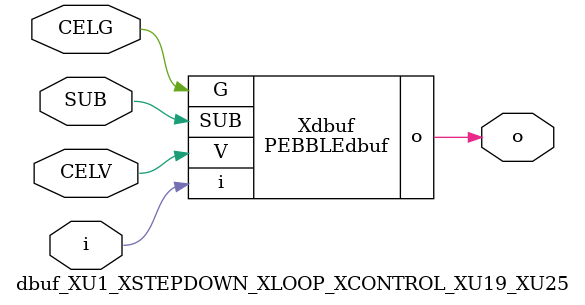
<source format=v>



module PEBBLEdbuf ( o, G, SUB, V, i );

  input V;
  input i;
  input G;
  output o;
  input SUB;
endmodule

//Celera Confidential Do Not Copy dbuf_XU1_XSTEPDOWN_XLOOP_XCONTROL_XU19_XU25
//Celera Confidential Symbol Generator
//Digital Buffer
module dbuf_XU1_XSTEPDOWN_XLOOP_XCONTROL_XU19_XU25 (CELV,CELG,i,o,SUB);
input CELV;
input CELG;
input i;
input SUB;
output o;

//Celera Confidential Do Not Copy dbuf
PEBBLEdbuf Xdbuf(
.V (CELV),
.i (i),
.o (o),
.SUB (SUB),
.G (CELG)
);
//,diesize,PEBBLEdbuf

//Celera Confidential Do Not Copy Module End
//Celera Schematic Generator
endmodule

</source>
